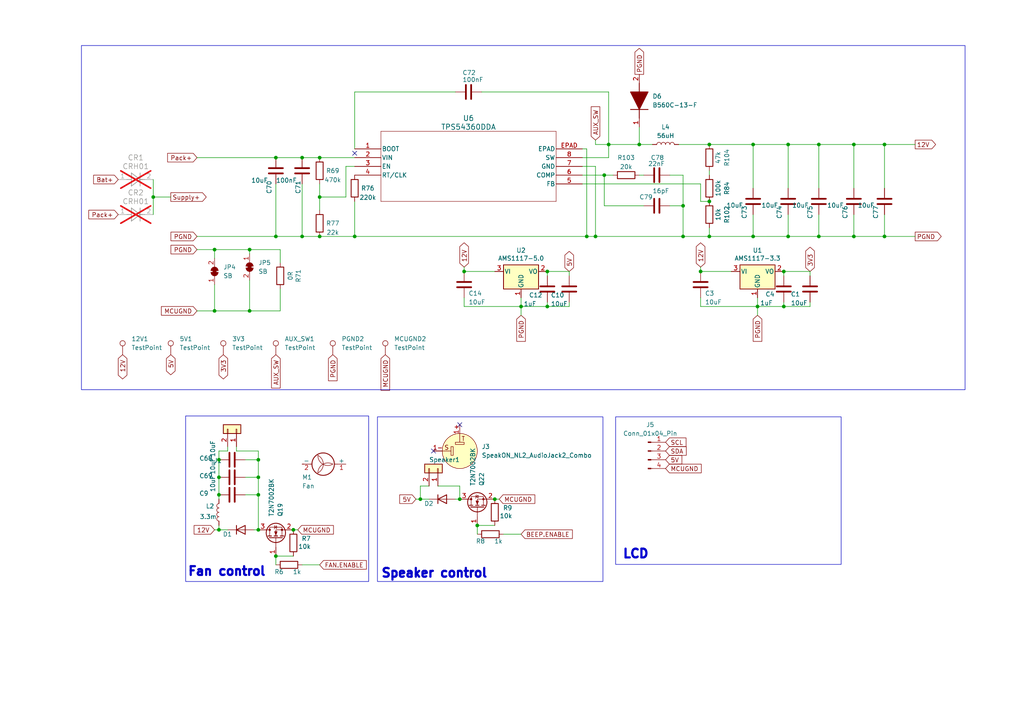
<source format=kicad_sch>
(kicad_sch (version 20231120) (generator "eeschema") (generator_version "8.0")
  (paper "A4")
  (lib_symbols
    (symbol "B560C-13-F:B560C-13-F" (pin_names hide)
      (property "Reference" "D" (at 11.43 5.08 0))
      (property "Value" "B560C-13-F" (at 11.43 2.54 0))
      (symbol "B560C-13-F_1_1"
        (pin passive line (at 0 0 0) (length 2.54) (name "K") (number "1"))
        (pin passive line (at 15.24 0 180) (length 2.54) (name "A") (number "2"))
      )
    )
    (symbol "CRH01:CRH01" (pin_names (offset 0.254))
      (property "Reference" "CR" (at 5.08 4.445 0))
      (property "Value" "CRH01" (at 5.08 -3.81 0))
      (symbol "CRH01_1_1"
        (pin unspecified line (at 10.16 0 180) (length 2.54) (name "") (number "1"))
        (pin unspecified line (at 0 0 0) (length 2.54) (name "") (number "2"))
      )
      (symbol "CRH01_1_2"
        (pin unspecified line (at 0 10.16 270) (length 2.54) (name "") (number "1"))
        (pin unspecified line (at 0 0 90) (length 2.54) (name "") (number "2"))
      )
    )
    (symbol "Conn_01x02_1" (pin_names (offset 1.016) hide)
      (property "Reference" "J3" (at 0.635 -5.08 90))
      (property "Value" "Conn_FAN" (at -1.905 -5.08 90))
      (symbol "Conn_01x02_1_1_1"
        (pin passive line (at -5.08 -2.54 0) (length 3.81) (name "Pin_1") (number "1"))
        (pin passive line (at -5.08 0 0) (length 3.81) (name "Pin_2") (number "2"))
      )
    )
    (symbol "Connector:Conn_01x04_Pin" (pin_names (offset 1.016) hide)
      (property "Reference" "J" (at 0 5.08 0))
      (property "Value" "Conn_01x04_Pin" (at 0 -7.62 0))
      (symbol "Conn_01x04_Pin_1_1"
        (pin passive line (at 5.08 2.54 180) (length 3.81) (name "Pin_1") (number "1"))
        (pin passive line (at 5.08 0 180) (length 3.81) (name "Pin_2") (number "2"))
        (pin passive line (at 5.08 -2.54 180) (length 3.81) (name "Pin_3") (number "3"))
        (pin passive line (at 5.08 -5.08 180) (length 3.81) (name "Pin_4") (number "4"))
      )
    )
    (symbol "Connector:TestPoint" (pin_numbers hide) (pin_names (offset 0.762) hide)
      (property "Reference" "TP" (at 0 6.858 0))
      (property "Value" "TestPoint" (at 0 5.08 0))
      (symbol "TestPoint_1_1"
        (pin passive line (at 0 0 90) (length 2.54) (name "1") (number "1"))
      )
    )
    (symbol "Connector_Audio:SpeakON_NL2_AudioJack2_Combo" (pin_names hide)
      (property "Reference" "J" (at 2.54 8.89 0))
      (property "Value" "SpeakON_NL2_AudioJack2_Combo" (at 17.78 6.35 0))
      (symbol "SpeakON_NL2_AudioJack2_Combo_0_0"
        (text "S" (at -3.81 1.016 0) (effects (font (size 1.27 1.27))))
        (text "T" (at 1.016 3.556 0) (effects (font (size 1.27 1.27))))
      )
      (symbol "SpeakON_NL2_AudioJack2_Combo_0_1"
        (pin passive line (at -7.62 0 0) (length 2.54) (name "1-") (number "1-"))
      )
      (symbol "SpeakON_NL2_AudioJack2_Combo_1_1"
        (pin passive line (at 0 7.62 270) (length 2.54) (name "1+") (number "1+"))
      )
    )
    (symbol "Device:C" (pin_numbers hide) (pin_names (offset 0.254))
      (property "Reference" "C" (at 0.635 2.54 0))
      (property "Value" "C" (at 0.635 -2.54 0))
      (symbol "C_1_1"
        (pin passive line (at 0 3.81 270) (length 2.794) (name "~") (number "1"))
        (pin passive line (at 0 -3.81 90) (length 2.794) (name "~") (number "2"))
      )
    )
    (symbol "Device:D" (pin_numbers hide) (pin_names (offset 1.016) hide)
      (property "Reference" "D" (at 0 2.54 0))
      (property "Value" "D" (at 0 -2.54 0))
      (symbol "D_1_1"
        (pin passive line (at -3.81 0 0) (length 2.54) (name "K") (number "1"))
        (pin passive line (at 3.81 0 180) (length 2.54) (name "A") (number "2"))
      )
    )
    (symbol "Device:L" (pin_numbers hide) (pin_names (offset 1.016) hide)
      (property "Reference" "L" (at -1.27 0 90))
      (property "Value" "L" (at 1.905 0 90))
      (symbol "L_1_1"
        (pin passive line (at 0 3.81 270) (length 1.27) (name "1") (number "1"))
        (pin passive line (at 0 -3.81 90) (length 1.27) (name "2") (number "2"))
      )
    )
    (symbol "Device:R" (pin_numbers hide) (pin_names (offset 0))
      (property "Reference" "R" (at 2.032 0 90))
      (property "Value" "R" (at 0 0 90))
      (symbol "R_1_1"
        (pin passive line (at 0 3.81 270) (length 1.27) (name "~") (number "1"))
        (pin passive line (at 0 -3.81 90) (length 1.27) (name "~") (number "2"))
      )
    )
    (symbol "Jumper:SolderJumper_2_Bridged" (pin_names (offset 0) hide)
      (property "Reference" "JP" (at 0 2.032 0))
      (property "Value" "SolderJumper_2_Bridged" (at 0 -2.54 0))
      (symbol "SolderJumper_2_Bridged_1_1"
        (pin passive line (at -3.81 0 0) (length 2.54) (name "A") (number "1"))
        (pin passive line (at 3.81 0 180) (length 2.54) (name "B") (number "2"))
      )
    )
    (symbol "Motor:Fan" (pin_names (offset 0))
      (property "Reference" "M" (at 2.54 5.08 0))
      (property "Value" "Fan" (at 2.54 -2.54 0))
      (symbol "Fan_1_1"
        (pin passive line (at 0 7.62 270) (length 2.54) (name "+") (number "1"))
        (pin passive line (at 0 -5.08 90) (length 2.54) (name "-") (number "2"))
      )
    )
    (symbol "TPS54360:TPS54360DDA" (pin_names (offset 0.254))
      (property "Reference" "U" (at 33.02 10.16 0))
      (property "Value" "TPS54360DDA" (at 33.02 7.62 0))
      (symbol "TPS54360DDA_0_1"
        (pin output line (at 0 0 0) (length 7.62) (name "BOOT") (number "1"))
        (pin input line (at 0 -2.54 0) (length 7.62) (name "VIN") (number "2"))
        (pin input line (at 0 -5.08 0) (length 7.62) (name "EN") (number "3"))
        (pin input line (at 0 -7.62 0) (length 7.62) (name "RT/CLK") (number "4"))
        (pin input line (at 66.04 -10.16 180) (length 7.62) (name "FB") (number "5"))
        (pin output line (at 66.04 -7.62 180) (length 7.62) (name "COMP") (number "6"))
        (pin power_in line (at 66.04 -5.08 180) (length 7.62) (name "GND") (number "7"))
        (pin input line (at 66.04 -2.54 180) (length 7.62) (name "SW") (number "8"))
        (pin unspecified line (at 66.04 0 180) (length 7.62) (name "EPAD") (number "EPAD"))
      )
    )
    (symbol "Transistor_FET:T2N7002AK" (pin_names hide)
      (property "Reference" "Q" (at 5.08 1.905 0))
      (property "Value" "T2N7002AK" (at 5.08 0 0))
      (symbol "T2N7002AK_1_1"
        (pin input line (at -5.08 0 0) (length 2.54) (name "G") (number "1"))
        (pin passive line (at 2.54 -5.08 90) (length 2.54) (name "S") (number "2"))
        (pin passive line (at 2.54 5.08 270) (length 2.54) (name "D") (number "3"))
      )
    )
    (symbol "mySymbolLib:AZ1117-3.3" (pin_names (offset 0.254))
      (property "Reference" "U" (at -3.81 3.175 0))
      (property "Value" "AZ1117-3.3" (at 0 3.175 0))
      (symbol "AZ1117-3.3_1_1"
        (pin passive line (at 0 -7.62 90) (length 2.54) (name "GND") (number "1"))
        (pin passive line (at 7.62 0 180) (length 2.54) (name "VO") (number "2"))
        (pin passive line (at -7.62 0 0) (length 2.54) (name "VI") (number "3"))
      )
    )
  )
  (junction (at 205.74 58.42))
  (junction (at 205.74 41.91))
  (junction (at 87.63 68.58))
  (junction (at 63.5 133.35))
  (junction (at 44.45 57.15))
  (junction (at 87.63 45.72))
  (junction (at 72.39 90.17))
  (junction (at 133.35 144.78))
  (junction (at 237.49 68.58))
  (junction (at 172.72 68.58))
  (junction (at 158.75 88.9))
  (junction (at 80.01 161.29))
  (junction (at 72.39 72.39))
  (junction (at 63.5 143.51))
  (junction (at 63.5 153.67))
  (junction (at 227.33 88.9))
  (junction (at 247.65 68.58))
  (junction (at 85.09 153.67))
  (junction (at 203.2 78.74))
  (junction (at 218.44 68.58))
  (junction (at 227.33 78.74))
  (junction (at 198.12 59.69))
  (junction (at 134.62 78.74))
  (junction (at 74.93 143.51))
  (junction (at 256.54 68.58))
  (junction (at 170.18 68.58))
  (junction (at 62.23 72.39))
  (junction (at 185.42 41.91))
  (junction (at 74.93 133.35))
  (junction (at 247.65 41.91))
  (junction (at 158.75 78.74))
  (junction (at 63.5 138.43))
  (junction (at 92.71 45.72))
  (junction (at 62.23 90.17))
  (junction (at 151.13 88.9))
  (junction (at 175.26 50.8))
  (junction (at 219.71 88.9))
  (junction (at 237.49 41.91))
  (junction (at 80.01 68.58))
  (junction (at 138.43 152.4))
  (junction (at 198.12 68.58))
  (junction (at 92.71 57.15))
  (junction (at 74.93 153.67))
  (junction (at 218.44 41.91))
  (junction (at 80.01 45.72))
  (junction (at 228.6 68.58))
  (junction (at 102.87 68.58))
  (junction (at 143.51 144.78))
  (junction (at 256.54 41.91))
  (junction (at 74.93 138.43))
  (junction (at 121.92 144.78))
  (junction (at 92.71 68.58))
  (junction (at 205.74 68.58))
  (junction (at 176.53 41.91))
  (junction (at 228.6 41.91))
  (no_connect (at 125.73 130.81))
  (no_connect (at 133.35 123.19))
  (no_connect (at 102.87 44.45))
  (wire (pts (xy 71.12 138.43) (xy 74.93 138.43)))
  (wire (pts (xy 49.53 57.15) (xy 44.45 57.15)))
  (wire (pts (xy 87.63 163.83) (xy 92.71 163.83)))
  (wire (pts (xy 138.43 154.94) (xy 138.43 152.4)))
  (wire (pts (xy 198.12 68.58) (xy 205.74 68.58)))
  (wire (pts (xy 234.95 78.74) (xy 227.33 78.74)))
  (wire (pts (xy 228.6 68.58) (xy 218.44 68.58)))
  (wire (pts (xy 68.58 130.81) (xy 74.93 130.81)))
  (wire (pts (xy 127 140.97) (xy 133.35 140.97)))
  (wire (pts (xy 194.31 59.69) (xy 198.12 59.69)))
  (wire (pts (xy 185.42 41.91) (xy 189.23 41.91)))
  (wire (pts (xy 66.04 130.81) (xy 63.5 130.81)))
  (wire (pts (xy 134.62 78.74) (xy 134.62 77.47)))
  (wire (pts (xy 165.1 88.9) (xy 158.75 88.9)))
  (wire (pts (xy 73.66 153.67) (xy 74.93 153.67)))
  (wire (pts (xy 205.74 68.58) (xy 218.44 68.58)))
  (wire (pts (xy 175.26 59.69) (xy 186.69 59.69)))
  (wire (pts (xy 176.53 41.91) (xy 176.53 26.67)))
  (wire (pts (xy 87.63 68.58) (xy 92.71 68.58)))
  (wire (pts (xy 143.51 144.78) (xy 144.78 144.78)))
  (wire (pts (xy 172.72 41.91) (xy 176.53 41.91)))
  (wire (pts (xy 151.13 86.36) (xy 151.13 88.9)))
  (wire (pts (xy 74.93 133.35) (xy 74.93 138.43)))
  (wire (pts (xy 175.26 50.8) (xy 177.8 50.8)))
  (wire (pts (xy 72.39 81.28) (xy 72.39 90.17)))
  (wire (pts (xy 85.09 153.67) (xy 86.36 153.67)))
  (wire (pts (xy 256.54 62.23) (xy 256.54 68.58)))
  (wire (pts (xy 158.75 87.63) (xy 158.75 88.9)))
  (wire (pts (xy 124.46 140.97) (xy 121.92 140.97)))
  (wire (pts (xy 133.35 140.97) (xy 133.35 144.78)))
  (wire (pts (xy 196.85 41.91) (xy 205.74 41.91)))
  (wire (pts (xy 218.44 62.23) (xy 218.44 68.58)))
  (wire (pts (xy 62.23 82.55) (xy 62.23 90.17)))
  (wire (pts (xy 63.5 130.81) (xy 63.5 133.35)))
  (wire (pts (xy 228.6 62.23) (xy 228.6 68.58)))
  (wire (pts (xy 72.39 90.17) (xy 62.23 90.17)))
  (wire (pts (xy 81.28 83.82) (xy 81.28 90.17)))
  (wire (pts (xy 247.65 41.91) (xy 256.54 41.91)))
  (wire (pts (xy 203.2 78.74) (xy 203.2 77.47)))
  (wire (pts (xy 234.95 80.01) (xy 234.95 78.74)))
  (wire (pts (xy 168.91 43.18) (xy 170.18 43.18)))
  (wire (pts (xy 172.72 48.26) (xy 172.72 68.58)))
  (wire (pts (xy 72.39 73.66) (xy 72.39 72.39)))
  (wire (pts (xy 62.23 72.39) (xy 62.23 74.93)))
  (wire (pts (xy 92.71 53.34) (xy 92.71 57.15)))
  (wire (pts (xy 185.42 50.8) (xy 186.69 50.8)))
  (wire (pts (xy 81.28 90.17) (xy 72.39 90.17)))
  (wire (pts (xy 63.5 153.67) (xy 66.04 153.67)))
  (wire (pts (xy 57.15 72.39) (xy 62.23 72.39)))
  (wire (pts (xy 205.74 68.58) (xy 205.74 66.04)))
  (wire (pts (xy 203.2 86.36) (xy 203.2 88.9)))
  (wire (pts (xy 62.23 153.67) (xy 63.5 153.67)))
  (wire (pts (xy 102.87 26.67) (xy 102.87 43.18)))
  (wire (pts (xy 172.72 40.64) (xy 172.72 41.91)))
  (wire (pts (xy 151.13 88.9) (xy 134.62 88.9)))
  (wire (pts (xy 57.15 90.17) (xy 62.23 90.17)))
  (wire (pts (xy 74.93 138.43) (xy 74.93 143.51)))
  (wire (pts (xy 247.65 68.58) (xy 237.49 68.58)))
  (wire (pts (xy 228.6 41.91) (xy 228.6 54.61)))
  (wire (pts (xy 80.01 53.34) (xy 80.01 68.58)))
  (wire (pts (xy 247.65 41.91) (xy 247.65 54.61)))
  (wire (pts (xy 62.23 72.39) (xy 72.39 72.39)))
  (wire (pts (xy 165.1 80.01) (xy 165.1 78.74)))
  (wire (pts (xy 205.74 41.91) (xy 218.44 41.91)))
  (wire (pts (xy 120.65 144.78) (xy 121.92 144.78)))
  (wire (pts (xy 176.53 45.72) (xy 176.53 41.91)))
  (wire (pts (xy 87.63 45.72) (xy 92.71 45.72)))
  (wire (pts (xy 247.65 68.58) (xy 256.54 68.58)))
  (wire (pts (xy 134.62 86.36) (xy 134.62 88.9)))
  (wire (pts (xy 185.42 36.83) (xy 185.42 41.91)))
  (wire (pts (xy 203.2 53.34) (xy 203.2 58.42)))
  (wire (pts (xy 63.5 143.51) (xy 63.5 144.78)))
  (wire (pts (xy 205.74 49.53) (xy 205.74 50.8)))
  (wire (pts (xy 57.15 45.72) (xy 80.01 45.72)))
  (wire (pts (xy 175.26 59.69) (xy 175.26 50.8)))
  (wire (pts (xy 168.91 50.8) (xy 175.26 50.8)))
  (wire (pts (xy 219.71 88.9) (xy 219.71 91.44)))
  (wire (pts (xy 121.92 144.78) (xy 124.46 144.78)))
  (wire (pts (xy 63.5 138.43) (xy 63.5 143.51)))
  (wire (pts (xy 165.1 78.74) (xy 158.75 78.74)))
  (wire (pts (xy 228.6 41.91) (xy 218.44 41.91)))
  (wire (pts (xy 63.5 133.35) (xy 63.5 138.43)))
  (wire (pts (xy 256.54 68.58) (xy 265.43 68.58)))
  (wire (pts (xy 132.08 26.67) (xy 102.87 26.67)))
  (wire (pts (xy 218.44 41.91) (xy 218.44 54.61)))
  (wire (pts (xy 87.63 68.58) (xy 80.01 68.58)))
  (wire (pts (xy 256.54 41.91) (xy 265.43 41.91)))
  (wire (pts (xy 92.71 45.72) (xy 102.87 45.72)))
  (wire (pts (xy 172.72 68.58) (xy 198.12 68.58)))
  (wire (pts (xy 57.15 68.58) (xy 80.01 68.58)))
  (wire (pts (xy 227.33 78.74) (xy 227.33 80.01)))
  (wire (pts (xy 237.49 54.61) (xy 237.49 41.91)))
  (wire (pts (xy 170.18 43.18) (xy 170.18 68.58)))
  (wire (pts (xy 121.92 140.97) (xy 121.92 144.78)))
  (wire (pts (xy 158.75 78.74) (xy 158.75 80.01)))
  (wire (pts (xy 44.45 57.15) (xy 44.45 62.23)))
  (wire (pts (xy 80.01 45.72) (xy 87.63 45.72)))
  (wire (pts (xy 81.28 72.39) (xy 72.39 72.39)))
  (wire (pts (xy 237.49 62.23) (xy 237.49 68.58)))
  (wire (pts (xy 170.18 68.58) (xy 102.87 68.58)))
  (wire (pts (xy 71.12 133.35) (xy 74.93 133.35)))
  (wire (pts (xy 198.12 59.69) (xy 198.12 68.58)))
  (wire (pts (xy 219.71 86.36) (xy 219.71 88.9)))
  (wire (pts (xy 71.12 143.51) (xy 74.93 143.51)))
  (wire (pts (xy 176.53 26.67) (xy 139.7 26.67)))
  (wire (pts (xy 81.28 76.2) (xy 81.28 72.39)))
  (wire (pts (xy 132.08 144.78) (xy 133.35 144.78)))
  (wire (pts (xy 44.45 52.07) (xy 44.45 57.15)))
  (wire (pts (xy 168.91 48.26) (xy 172.72 48.26)))
  (wire (pts (xy 247.65 62.23) (xy 247.65 68.58)))
  (wire (pts (xy 102.87 58.42) (xy 102.87 68.58)))
  (wire (pts (xy 138.43 152.4) (xy 143.51 152.4)))
  (wire (pts (xy 198.12 50.8) (xy 198.12 59.69)))
  (wire (pts (xy 92.71 57.15) (xy 92.71 60.96)))
  (wire (pts (xy 203.2 78.74) (xy 212.09 78.74)))
  (wire (pts (xy 165.1 87.63) (xy 165.1 88.9)))
  (wire (pts (xy 74.93 143.51) (xy 74.93 153.67)))
  (wire (pts (xy 74.93 130.81) (xy 74.93 133.35)))
  (wire (pts (xy 151.13 88.9) (xy 151.13 91.44)))
  (wire (pts (xy 146.05 154.94) (xy 151.13 154.94)))
  (wire (pts (xy 87.63 53.34) (xy 87.63 68.58)))
  (wire (pts (xy 234.95 88.9) (xy 227.33 88.9)))
  (wire (pts (xy 203.2 58.42) (xy 205.74 58.42)))
  (wire (pts (xy 80.01 163.83) (xy 80.01 161.29)))
  (wire (pts (xy 256.54 54.61) (xy 256.54 41.91)))
  (wire (pts (xy 176.53 41.91) (xy 185.42 41.91)))
  (wire (pts (xy 158.75 88.9) (xy 151.13 88.9)))
  (wire (pts (xy 92.71 68.58) (xy 102.87 68.58)))
  (wire (pts (xy 168.91 45.72) (xy 176.53 45.72)))
  (wire (pts (xy 194.31 50.8) (xy 198.12 50.8)))
  (wire (pts (xy 227.33 87.63) (xy 227.33 88.9)))
  (wire (pts (xy 227.33 88.9) (xy 219.71 88.9)))
  (wire (pts (xy 92.71 57.15) (xy 100.33 57.15)))
  (wire (pts (xy 66.04 130.81) (xy 66.04 129.54)))
  (wire (pts (xy 68.58 130.81) (xy 68.58 129.54)))
  (wire (pts (xy 219.71 88.9) (xy 203.2 88.9)))
  (wire (pts (xy 100.33 48.26) (xy 100.33 57.15)))
  (wire (pts (xy 234.95 87.63) (xy 234.95 88.9)))
  (wire (pts (xy 228.6 41.91) (xy 237.49 41.91)))
  (wire (pts (xy 172.72 68.58) (xy 170.18 68.58)))
  (wire (pts (xy 80.01 161.29) (xy 85.09 161.29)))
  (wire (pts (xy 102.87 48.26) (xy 100.33 48.26)))
  (wire (pts (xy 134.62 78.74) (xy 143.51 78.74)))
  (wire (pts (xy 247.65 41.91) (xy 237.49 41.91)))
  (wire (pts (xy 63.5 152.4) (xy 63.5 153.67)))
  (wire (pts (xy 237.49 68.58) (xy 228.6 68.58)))
  (wire (pts (xy 168.91 53.34) (xy 203.2 53.34)))
  (rectangle (start 53.848 120.65) (end 106.934 168.656))
  (rectangle (start 23.622 13.208) (end 279.908 113.03))
  (rectangle (start 109.474 120.904) (end 174.879 168.656))
  (rectangle (start 178.562 120.904) (end 243.967 163.703))
  (text "Fan control" (at 65.786 165.862 0) (effects (font (size 2.54 2.54) (thickness 1.016) (bold yes))))
  (text "Speaker control" (at 125.984 166.37 0) (effects (font (size 2.54 2.54) (thickness 1.016) (bold yes))))
  (text "LCD" (at 184.404 160.782 0) (effects (font (size 2.54 2.54) (thickness 1.016) (bold yes))))
  (global_label "5V" (shape input) (at 120.65 144.78 180) (property "Intersheetrefs" "${INTERSHEET_REFS}" (effects (hide yes))))
  (global_label "AUX_SW" (shape input) (at 80.01 102.87 270) (property "Intersheetrefs" "${INTERSHEET_REFS}" (effects (hide yes))))
  (global_label "3V3" (shape bidirectional) (at 234.95 78.74 90) (property "Intersheetrefs" "${INTERSHEET_REFS}" (effects (hide yes))))
  (global_label "SCL" (shape input) (at 193.04 128.27 0) (property "Intersheetrefs" "${INTERSHEET_REFS}" (effects (hide yes))))
  (global_label "PGND" (shape input) (at 57.15 72.39 180) (property "Intersheetrefs" "${INTERSHEET_REFS}" (effects (hide yes))))
  (global_label "12V" (shape output) (at 265.43 41.91 0) (property "Intersheetrefs" "${INTERSHEET_REFS}" (effects (hide yes))))
  (global_label "PGND" (shape output) (at 185.42 21.59 90) (property "Intersheetrefs" "${INTERSHEET_REFS}" (effects (hide yes))))
  (global_label "5V" (shape bidirectional) (at 165.1 78.74 90) (property "Intersheetrefs" "${INTERSHEET_REFS}" (effects (hide yes))))
  (global_label "PGND" (shape input) (at 96.52 102.87 270) (property "Intersheetrefs" "${INTERSHEET_REFS}" (effects (hide yes))))
  (global_label "MCUGND" (shape input) (at 86.36 153.67 0) (property "Intersheetrefs" "${INTERSHEET_REFS}" (effects (hide yes))))
  (global_label "MCUGND" (shape input) (at 144.78 144.78 0) (property "Intersheetrefs" "${INTERSHEET_REFS}" (effects (hide yes))))
  (global_label "PGND" (shape input) (at 57.15 68.58 180) (property "Intersheetrefs" "${INTERSHEET_REFS}" (effects (hide yes))))
  (global_label "MCUGND" (shape input) (at 193.04 135.89 0) (property "Intersheetrefs" "${INTERSHEET_REFS}" (effects (hide yes))))
  (global_label "12V" (shape bidirectional) (at 134.62 77.47 90) (property "Intersheetrefs" "${INTERSHEET_REFS}" (effects (hide yes))))
  (global_label "MCUGND" (shape input) (at 57.15 90.17 180) (property "Intersheetrefs" "${INTERSHEET_REFS}" (effects (hide yes))))
  (global_label "FAN.ENABLE" (shape input) (at 92.71 163.83 0) (property "Intersheetrefs" "${INTERSHEET_REFS}" (effects (hide yes))))
  (global_label "12V" (shape input) (at 62.23 153.67 180) (property "Intersheetrefs" "${INTERSHEET_REFS}" (effects (hide yes))))
  (global_label "Supply+" (shape output) (at 49.53 57.15 0) (property "Intersheetrefs" "${INTERSHEET_REFS}" (effects (hide yes))))
  (global_label "MCUGND" (shape input) (at 111.76 102.87 270) (property "Intersheetrefs" "${INTERSHEET_REFS}" (effects (hide yes))))
  (global_label "3V3" (shape bidirectional) (at 64.77 102.87 270) (property "Intersheetrefs" "${INTERSHEET_REFS}" (effects (hide yes))))
  (global_label "12V" (shape bidirectional) (at 35.56 102.87 270) (property "Intersheetrefs" "${INTERSHEET_REFS}" (effects (hide yes))))
  (global_label "BEEP.ENABLE" (shape input) (at 151.13 154.94 0) (property "Intersheetrefs" "${INTERSHEET_REFS}" (effects (hide yes))))
  (global_label "5V" (shape bidirectional) (at 49.53 102.87 270) (property "Intersheetrefs" "${INTERSHEET_REFS}" (effects (hide yes))))
  (global_label "5V" (shape input) (at 193.04 133.35 0) (property "Intersheetrefs" "${INTERSHEET_REFS}" (effects (hide yes))))
  (global_label "PGND" (shape input) (at 151.13 91.44 270) (property "Intersheetrefs" "${INTERSHEET_REFS}" (effects (hide yes))))
  (global_label "AUX_SW" (shape input) (at 172.72 40.64 90) (property "Intersheetrefs" "${INTERSHEET_REFS}" (effects (hide yes))))
  (global_label "PGND" (shape output) (at 265.43 68.58 0) (property "Intersheetrefs" "${INTERSHEET_REFS}" (effects (hide yes))))
  (global_label "Pack+" (shape input) (at 34.29 62.23 180) (property "Intersheetrefs" "${INTERSHEET_REFS}" (effects (hide yes))))
  (global_label "Bat+" (shape input) (at 34.29 52.07 180) (property "Intersheetrefs" "${INTERSHEET_REFS}" (effects (hide yes))))
  (global_label "SDA" (shape input) (at 193.04 130.81 0) (property "Intersheetrefs" "${INTERSHEET_REFS}" (effects (hide yes))))
  (global_label "12V" (shape bidirectional) (at 203.2 77.47 90) (property "Intersheetrefs" "${INTERSHEET_REFS}" (effects (hide yes))))
  (global_label "Pack+" (shape input) (at 57.15 45.72 180) (property "Intersheetrefs" "${INTERSHEET_REFS}" (effects (hide yes))))
  (global_label "PGND" (shape input) (at 219.71 91.44 270) (property "Intersheetrefs" "${INTERSHEET_REFS}" (effects (hide yes))))
  (symbol (lib_id "Device:C") (at 190.5 59.69 90) (mirror x) (unit 1)
    (property "Reference" "C79" (at 185.42 57.15 90) (effects (justify right)))
    (property "Value" "16pF" (at 189.23 55.372 90) (effects (justify right)))
    (property "Footprint" "Capacitor_SMD:C_0805_2012Metric" (effects (hide yes)))
    (property "Datasheet" "https://www.mouser.vn/datasheet/2/447/KEM_C1007_X8R_ULTRA_150C_SMD-3316375.pdf" (effects (hide yes)))
    (property "Description" "Multilayer Ceramic Capacitors MLCC - SMD/SMT 25V 16pF X8R 0805 10%" (effects (hide yes)))
    (property "Mfr." "KEMET" (effects (hide yes)))
    (property "Mfr. #" "C2012B104K500NT" (effects (hide yes)))
    (property "Price" "0.0023" (effects (hide yes)))
    (property "_1_3rdParty" "EPI" (effects (hide yes)))
    (property "_2_IsFixed?" "Fixed" (effects (hide yes)))
    (property "Part Number" "C0805C160K3HACTU" (effects (hide yes)))
  )
  (symbol (lib_id "Device:C") (at 67.31 138.43 90) (mirror x) (unit 1)
    (property "Reference" "C69" (at 57.785 138.0236 90) (effects (justify right)))
    (property "Value" "10uF" (at 61.722 137.668 0) (effects (justify right)))
    (property "Footprint" "Capacitor_SMD:C_0805_2012Metric" (effects (hide yes)))
    (property "Datasheet" "https://search.kemet.com/download/datasheet/C0805C106K3PAC7210" (effects (hide yes)))
    (property "Description" "Multilayer Ceramic Capacitors MLCC - SMD/SMT 25V 10uF X5R 0805 10%" (effects (hide yes)))
    (property "Mfr." "KEMET " (effects (hide yes)))
    (property "Mfr. #" "C2012B104K500NT" (effects (hide yes)))
    (property "Price" "0.0023" (effects (hide yes)))
    (property "_1_3rdParty" "EPI" (effects (hide yes)))
    (property "_2_IsFixed?" "Fixed" (effects (hide yes)))
    (property "Part Number" "C0805C106K3PAC7210" (effects (hide yes)))
  )
  (symbol (lib_id "Device:C") (at 237.49 58.42 0) (mirror x) (unit 1)
    (property "Reference" "C75" (at 234.95 63.5 90) (effects (justify right)))
    (property "Value" "10uF" (at 234.5944 59.563 0) (effects (justify right)))
    (property "Footprint" "Capacitor_SMD:C_0805_2012Metric" (effects (hide yes)))
    (property "Datasheet" "https://product.tdk.com/system/files/dam/doc/product/capacitor/ceramic/mlcc/catalog/mlcc_commercial_general_en.pdf" (effects (hide yes)))
    (property "Description" "Multilayer Ceramic Capacitors MLCC - SMD/SMT 0805 50VDC 10uF 10% X5R" (effects (hide yes)))
    (property "Mfr." "TDK" (effects (hide yes)))
    (property "Mfr. #" "C2012B104K500NT" (effects (hide yes)))
    (property "Price" "0.0023" (effects (hide yes)))
    (property "_1_3rdParty" "EPI" (effects (hide yes)))
    (property "_2_IsFixed?" "Fixed" (effects (hide yes)))
    (property "Part Number" "C2012X5R1H106K125AC " (effects (hide yes)))
  )
  (symbol (lib_id "mySymbolLib:AZ1117-3.3") (at 151.13 78.74 0) (unit 1)
    (property "Reference" "U2" (at 151.13 72.6186 0))
    (property "Value" "AMS1117-5.0" (at 151.13 74.93 0))
    (property "Footprint" "Package_TO_SOT_SMD:SOT-223-3_TabPin2" (effects (hide yes)))
    (property "Datasheet" "https://www.lcsc.com/datasheet/lcsc_datasheet_2412201212_UMW-Youtai-Semiconductor-Co---Ltd--AMS1117-5-0S_C351450.pdf" (effects (hide yes)))
    (property "Description" "1A 60dB@(120Hz) Fixed 5V Positive electrode 18V SOT-223 Voltage Regulators - Linear, Low Drop Out (LDO) Regulators ROHS" (effects (hide yes)))
    (property "Mfr." "Youtai Semiconductor Co., Ltd." (effects (hide yes)))
    (property "Mfr. #" "AMS1117-5.0" (effects (hide yes)))
    (property "Stock" "https://www.mouser.vn/ProductDetail/Diodes-Incorporated/AZ1117CH2-5.0TRG1?qs=5V6w%252Be2aIqb578qtLdqPjw%3D%3D" (effects (hide yes)))
    (property "Price" "0.049" (effects (hide yes)))
    (property "_1_3rdParty" "HLT" (effects (hide yes)))
    (property "_2_IsFixed?" "Sampling" (effects (hide yes)))
    (property "Part Number" "AMS1117-5.0" (effects (hide yes)))
  )
  (symbol (lib_id "Device:C") (at 234.95 83.82 0) (unit 1)
    (property "Reference" "C1" (at 229.362 85.344 0) (effects (justify left)))
    (property "Value" "10uF" (at 229.362 87.884 0) (effects (justify left)))
    (property "Footprint" "Capacitor_SMD:C_0805_2012Metric" (effects (hide yes)))
    (property "Datasheet" "https://search.kemet.com/download/datasheet/C0805C106K3PAC7210" (effects (hide yes)))
    (property "Description" "Multilayer Ceramic Capacitors MLCC - SMD/SMT 25V 10uF X5R 0805 10%" (effects (hide yes)))
    (property "Mfr." "KEMET " (effects (hide yes)))
    (property "Mfr. #" "MCF05KTX160106" (effects (hide yes)))
    (property "Stock" "https://www.avnet.com/shop/us/products/samsung/cl21a106koqnnnf-3074457345625872986?CMP=EMA_Octopart_inventoryfeed_VSE" (effects (hide yes)))
    (property "Price" "0.0072" (effects (hide yes)))
    (property "_1_3rdParty" "EPI" (effects (hide yes)))
    (property "_2_IsFixed?" "Fixed" (effects (hide yes)))
    (property "Part Number" "C0805C106K3PAC7210" (effects (hide yes)))
  )
  (symbol (lib_id "Device:R") (at 205.74 62.23 0) (unit 1)
    (property "Reference" "R102" (at 210.82 62.23 90))
    (property "Value" "10k" (at 208.28 62.23 90))
    (property "Footprint" "Resistor_SMD:R_0805_2012Metric" (effects (hide yes)))
    (property "Datasheet" "https://www.bourns.com/docs/Product-Datasheets/crt.pdf" (effects (hide yes)))
    (property "Description" "Thin Film Resistors - SMD 1/8watts 10K 1%" (effects (hide yes)))
    (property "Mfr." "Bourns" (effects (hide yes)))
    (property "Mfr. #" "CR0805-FX-1003ELF" (effects (hide yes)))
    (property "Stock" "https://www.mouser.jp/ProductDetail/Bourns/CR0805-FX-3302ELF?qs=sGAEpiMZZMvdGkrng054t%2Fh5BnJxeWSzYJ5hD45rKBk%3D" (effects (hide yes)))
    (property "Price" "0.00067" (effects (hide yes)))
    (property "_1_3rdParty" "HLT" (effects (hide yes)))
    (property "_2_IsFixed?" "Sampling" (effects (hide yes)))
    (property "Part Number" "CRT0805-FZ-1002ELF" (effects (hide yes)))
  )
  (symbol (lib_id "Device:R") (at 181.61 50.8 90) (unit 1)
    (property "Reference" "R103" (at 181.61 45.72 90))
    (property "Value" "20k" (at 181.61 48.387 90))
    (property "Footprint" "Resistor_SMD:R_0805_2012Metric" (effects (hide yes)))
    (property "Datasheet" "https://www.bourns.com/docs/product-datasheets/cr.pdf?sfvrsn=574d41f6_14" (effects (hide yes)))
    (property "Description" "Thick Film Resistors - SMD 20K 1%" (effects (hide yes)))
    (property "Mfr." "Bourns" (effects (hide yes)))
    (property "Mfr. #" "CR0805-FX-1004ELF" (effects (hide yes)))
    (property "Price" "0.00067" (effects (hide yes)))
    (property "_1_3rdParty" "HLT" (effects (hide yes)))
    (property "_2_IsFixed?" "Sampling" (effects (hide yes)))
    (property "Part Number" "CR0805-FX-2002ELF" (effects (hide yes)))
  )
  (symbol (lib_id "Device:C") (at 218.44 58.42 0) (mirror x) (unit 1)
    (property "Reference" "C73" (at 215.9 63.5 90) (effects (justify right)))
    (property "Value" "10uF" (at 215.5444 59.563 0) (effects (justify right)))
    (property "Footprint" "Capacitor_SMD:C_0805_2012Metric" (effects (hide yes)))
    (property "Datasheet" "https://product.tdk.com/system/files/dam/doc/product/capacitor/ceramic/mlcc/catalog/mlcc_commercial_general_en.pdf" (effects (hide yes)))
    (property "Description" "Multilayer Ceramic Capacitors MLCC - SMD/SMT 0805 50VDC 10uF 10% X5R" (effects (hide yes)))
    (property "Mfr." "TDK" (effects (hide yes)))
    (property "Mfr. #" "C2012B104K500NT" (effects (hide yes)))
    (property "Price" "0.0023" (effects (hide yes)))
    (property "_1_3rdParty" "EPI" (effects (hide yes)))
    (property "_2_IsFixed?" "Fixed" (effects (hide yes)))
    (property "Part Number" "C2012X5R1H106K125AC " (effects (hide yes)))
  )
  (symbol (lib_id "Device:R") (at 102.87 54.61 0) (unit 1)
    (property "Reference" "R76" (at 106.68 54.61 0))
    (property "Value" "220k" (at 106.68 57.277 0))
    (property "Footprint" "Resistor_SMD:R_0805_2012Metric" (effects (hide yes)))
    (property "Datasheet" "https://www.bourns.com/docs/product-datasheets/cr.pdf?sfvrsn=574d41f6_14" (effects (hide yes)))
    (property "Description" "Thick Film Resistors - SMD 220K 1%" (effects (hide yes)))
    (property "Mfr." "Bourns" (effects (hide yes)))
    (property "Mfr. #" "CR0805-FX-1004ELF" (effects (hide yes)))
    (property "Price" "0.00067" (effects (hide yes)))
    (property "_1_3rdParty" "HLT" (effects (hide yes)))
    (property "_2_IsFixed?" "Sampling" (effects (hide yes)))
    (property "Part Number" "CR0805-FX-2203ELF" (effects (hide yes)))
  )
  (symbol (lib_id "Device:R") (at 92.71 49.53 0) (unit 1)
    (property "Reference" "R69" (at 96.52 49.53 0))
    (property "Value" "470k" (at 96.52 52.197 0))
    (property "Footprint" "Resistor_SMD:R_0805_2012Metric" (effects (hide yes)))
    (property "Datasheet" "https://www.bourns.com/docs/product-datasheets/cr.pdf?sfvrsn=574d41f6_14" (effects (hide yes)))
    (property "Description" "TFR - 470k 1% 0805" (effects (hide yes)))
    (property "Mfr." "Bourns" (effects (hide yes)))
    (property "Mfr. #" "CR0805-FX-1004ELF" (effects (hide yes)))
    (property "Price" "0.00067" (effects (hide yes)))
    (property "_1_3rdParty" "HLT" (effects (hide yes)))
    (property "_2_IsFixed?" "Sampling" (effects (hide yes)))
    (property "Part Number" "CR0805-FX-4703ELF" (effects (hide yes)))
  )
  (symbol (lib_id "Connector:TestPoint") (at 35.56 102.87 0) (unit 1)
    (property "Reference" "12V1" (at 38.1 98.2979 0) (effects (justify left)))
    (property "Value" "TestPoint" (at 38.1 100.8379 0) (effects (justify left)))
    (property "Footprint" "TestPoint:TestPoint_Pad_D1.5mm" (effects (hide yes)))
    (property "Datasheet" "TestPoint:TestPoint_Pad_D1.5mm" (effects (hide yes)))
    (property "Description" "test point" (effects (hide yes)))
  )
  (symbol (lib_id "Device:C") (at 256.54 58.42 0) (mirror x) (unit 1)
    (property "Reference" "C77" (at 254 63.5 90) (effects (justify right)))
    (property "Value" "10uF" (at 253.6444 59.563 0) (effects (justify right)))
    (property "Footprint" "Capacitor_SMD:C_0805_2012Metric" (effects (hide yes)))
    (property "Datasheet" "https://product.tdk.com/system/files/dam/doc/product/capacitor/ceramic/mlcc/catalog/mlcc_commercial_general_en.pdf" (effects (hide yes)))
    (property "Description" "Multilayer Ceramic Capacitors MLCC - SMD/SMT 0805 50VDC 10uF 10% X5R" (effects (hide yes)))
    (property "Mfr." "TDK" (effects (hide yes)))
    (property "Mfr. #" "C2012B104K500NT" (effects (hide yes)))
    (property "Price" "0.0023" (effects (hide yes)))
    (property "_1_3rdParty" "EPI" (effects (hide yes)))
    (property "_2_IsFixed?" "Fixed" (effects (hide yes)))
    (property "Part Number" "C2012X5R1H106K125AC " (effects (hide yes)))
  )
  (symbol (lib_id "Device:R") (at 143.51 148.59 0) (unit 1)
    (property "Reference" "R9" (at 148.59 147.32 0) (effects (justify right)))
    (property "Value" "10k" (at 148.59 149.6314 0) (effects (justify right)))
    (property "Footprint" "Resistor_SMD:R_0603_1608Metric" (effects (hide yes)))
    (property "Datasheet" "https://www.lcsc.com/datasheet/lcsc_datasheet_2304140030_FH--Guangdong-Fenghua-Advanced-Tech-RS-03K1002FT_C115324.pdf" (effects (hide yes)))
    (property "Description" "TFR - 10K 1% 0603" (effects (hide yes)))
    (property "Mfr." "FH/风华" (effects (hide yes)))
    (property "Mfr. #" "CR0805-FX-1002ELF" (effects (hide yes)))
    (property "Stock" "https://www.mouser.jp/ProductDetail/Bourns/CR0805-FX-1002ELF?qs=sGAEpiMZZMvdGkrng054t%2Fh5BnJxeWSzUt69whPDzMg%3D" (effects (hide yes)))
    (property "Price" "0.00067" (effects (hide yes)))
    (property "_1_3rdParty" "HLT" (effects (hide yes)))
    (property "_2_IsFixed?" "Sampling" (effects (hide yes)))
    (property "Part Number" "RS-03K1002FT" (effects (hide yes)))
  )
  (symbol (lib_id "Transistor_FET:T2N7002AK") (at 80.01 156.21 90) (unit 1)
    (property "Reference" "Q19" (at 81.2801 149.86 0) (effects (justify left)))
    (property "Value" "T2N7002BK" (at 78.7401 149.86 0) (effects (justify left)))
    (property "Footprint" "Package_TO_SOT_SMD:SOT-23" (effects (hide yes)))
    (property "Datasheet" "https://toshiba.semicon-storage.com/info/T2N7002BK_datasheet_en_20191025.pdf?did=30376&prodName=T2N7002BK" (effects (hide yes)))
    (property "Description" "60V Vds, 0.4A Id, N-Channel MOSFET, SOT-23" (effects (hide yes)))
    (property "Price" "0.03425" (effects (hide yes)))
    (property "Mfr." "TOSHIBA" (effects (hide yes)))
    (property "Part Number" "T2N7002BK" (effects (hide yes)))
  )
  (symbol (lib_id "Device:C") (at 135.89 26.67 90) (mirror x) (unit 1)
    (property "Reference" "C72" (at 134.112 21.082 90) (effects (justify right)))
    (property "Value" "100nF" (at 134.112 23.114 90) (effects (justify right)))
    (property "Footprint" "Capacitor_SMD:C_0805_2012Metric" (effects (hide yes)))
    (property "Datasheet" "https://www.mouser.vn/datasheet/2/447/KEM_C1075_X7R_HT_SMD-3316221.pdf" (effects (hide yes)))
    (property "Description" "MLCC - SMD/SMT 50V 0.1uF X7R 0805 5% Flex Soft" (effects (hide yes)))
    (property "Mfr." "KEMET" (effects (hide yes)))
    (property "Mfr. #" "C2012B104K500NT" (effects (hide yes)))
    (property "Price" "0.0023" (effects (hide yes)))
    (property "_1_3rdParty" "EPI" (effects (hide yes)))
    (property "_2_IsFixed?" "Fixed" (effects (hide yes)))
    (property "Part Number" "C0805R104J5RACTU" (effects (hide yes)))
  )
  (symbol (lib_id "Device:C") (at 67.31 133.35 90) (mirror x) (unit 1)
    (property "Reference" "C68" (at 57.785 132.9436 90) (effects (justify right)))
    (property "Value" "10uF" (at 61.722 132.588 0) (effects (justify right)))
    (property "Footprint" "Capacitor_SMD:C_0805_2012Metric" (effects (hide yes)))
    (property "Datasheet" "https://search.kemet.com/download/datasheet/C0805C106K3PAC7210" (effects (hide yes)))
    (property "Description" "Multilayer Ceramic Capacitors MLCC - SMD/SMT 25V 10uF X5R 0805 10%" (effects (hide yes)))
    (property "Mfr." "KEMET " (effects (hide yes)))
    (property "Mfr. #" "C2012B104K500NT" (effects (hide yes)))
    (property "Price" "0.0023" (effects (hide yes)))
    (property "_1_3rdParty" "EPI" (effects (hide yes)))
    (property "_2_IsFixed?" "Fixed" (effects (hide yes)))
    (property "Part Number" "C0805C106K3PAC7210" (effects (hide yes)))
  )
  (symbol (lib_id "CRH01:CRH01") (at 44.45 62.23 180) (unit 1) (in_bom no) (on_board no) (dnp yes)
    (property "Reference" "CR2" (at 39.37 55.88 0) (effects (font (size 1.524 1.524))))
    (property "Value" "CRH01" (at 39.37 58.42 0) (effects (font (size 1.524 1.524))))
    (property "Footprint" "CRH01:S-FLAT_TOS" (effects (hide yes)))
    (property "Datasheet" "https://toshiba.semicon-storage.com/info/CRH01_datasheet_en_20180404.pdf?did=3154&prodName=CRH01" (effects (hide yes)))
    (property "Description" "Rectifier Diode, 1 Phase, 1 Element, 1A, 200V V(RRM), Silicon" (effects (hide yes)))
    (property "Price" "0.16835" (effects (hide yes)))
    (property "Mfr." "TOSHIBA" (effects (hide yes)))
    (property "Part Number" "CRH01(TE85L,Q,M)" (effects (hide yes)))
  )
  (symbol (lib_id "Connector:TestPoint") (at 49.53 102.87 0) (unit 1)
    (property "Reference" "5V1" (at 52.07 98.2979 0) (effects (justify left)))
    (property "Value" "TestPoint" (at 52.07 100.8379 0) (effects (justify left)))
    (property "Footprint" "TestPoint:TestPoint_Pad_D1.5mm" (effects (hide yes)))
    (property "Datasheet" "TestPoint:TestPoint_Pad_D1.5mm" (effects (hide yes)))
    (property "Description" "test point" (effects (hide yes)))
  )
  (symbol (lib_id "Device:R") (at 81.28 80.01 180) (unit 1)
    (property "Reference" "R71" (at 86.5378 80.01 90))
    (property "Value" "0R" (at 84.2264 80.01 90))
    (property "Footprint" "Resistor_SMD:R_0603_1608Metric" (effects (hide yes)))
    (property "Datasheet" "https://www.mouser.vn/datasheet/2/447/PYu_RC_Group_51_RoHS_L_11-1984063.pdf" (effects (hide yes)))
    (property "Description" " Thick Film Resistors - SMD 0 Ohms 100-200mW 0603 1%" (effects (hide yes)))
    (property "Part Number" "RC0603FR-100RL" (effects (hide yes)))
    (property "Manufacturer" "YAGEO" (effects (hide yes)))
    (property "State" "OK" (effects (hide yes)))
    (property "Price" "0.00067" (effects (hide yes)))
    (property "Mfr." "YAGEO" (effects (hide yes)))
  )
  (symbol (lib_id "Device:C") (at 87.63 49.53 0) (mirror x) (unit 1)
    (property "Reference" "C71" (at 86.4616 56.261 90) (effects (justify right)))
    (property "Value" "100nF" (at 86.106 52.324 0) (effects (justify right)))
    (property "Footprint" "Capacitor_SMD:C_0805_2012Metric" (effects (hide yes)))
    (property "Datasheet" "https://www.mouser.vn/datasheet/2/447/KEM_C1075_X7R_HT_SMD-3316221.pdf" (effects (hide yes)))
    (property "Description" "MLCC - SMD/SMT 50V 0.1uF X7R 0805 5% Flex Soft" (effects (hide yes)))
    (property "Mfr." "KEMET" (effects (hide yes)))
    (property "Mfr. #" "C2012B104K500NT" (effects (hide yes)))
    (property "Price" "0.0023" (effects (hide yes)))
    (property "_1_3rdParty" "EPI" (effects (hide yes)))
    (property "_2_IsFixed?" "Fixed" (effects (hide yes)))
    (property "Part Number" "C0805R104J5RACTU" (effects (hide yes)))
  )
  (symbol (lib_id "Device:C") (at 158.75 83.82 180) (unit 1)
    (property "Reference" "C12" (at 153.416 85.598 0) (effects (justify right)))
    (property "Value" "1uF" (at 151.892 88.138 0) (effects (justify right)))
    (property "Footprint" "Capacitor_SMD:C_0805_2012Metric" (effects (hide yes)))
    (property "Datasheet" "https://search.murata.co.jp/Ceramy/image/img/A01X/G101/ENG/GRT21BC81E105KE13-01.pdf" (effects (hide yes)))
    (property "Description" "MLCC - SMD/SMT 1 uF 25 VDC 10% 0805 X6S AEC-Q200" (effects (hide yes)))
    (property "Mfr." "Murata Electronics" (effects (hide yes)))
    (property "Mfr. #" "C2012B104K500NT" (effects (hide yes)))
    (property "Price" "0.0023" (effects (hide yes)))
    (property "_1_3rdParty" "EPI" (effects (hide yes)))
    (property "_2_IsFixed?" "Fixed" (effects (hide yes)))
    (property "Part Number" "GRT21BC81E105KE13L" (effects (hide yes)))
  )
  (symbol (lib_id "B560C-13-F:B560C-13-F") (at 185.42 36.83 90) (unit 1)
    (property "Reference" "D6" (at 189.23 27.9399 90) (effects (justify right)))
    (property "Value" "B560C-13-F" (at 189.23 30.4799 90) (effects (justify right)))
    (property "Footprint" "My_Library:DIOM7959X250N" (effects (hide yes)))
    (property "Datasheet" "https://datasheet.lcsc.com/szlcsc/Diodes-Incorporated-B560C-13-F_C85100.pdf" (effects (hide yes)))
    (property "Description" "Schottky Diodes & Rectifiers 60V 5A" (effects (hide yes)))
    (property "Height" "2.5" (effects (hide yes)))
    (property "Mouser Part Number" "621-B560C-F" (effects (hide yes)))
    (property "Mouser Price/Stock" "https://www.mouser.co.uk/ProductDetail/Diodes-Incorporated/B560C-13-F?qs=OC0R%252Bhozcm%252BAsjMXklZLIw%3D%3D" (effects (hide yes)))
    (property "Manufacturer_Name" "Diodes Incorporated" (effects (hide yes)))
    (property "Manufacturer_Part_Number" "B560C-13-F" (effects (hide yes)))
    (property "Mfr." "Diodes Incorporated" (effects (hide yes)))
    (property "Part Number" "B560C-13-F" (effects (hide yes)))
  )
  (symbol (lib_id "Jumper:SolderJumper_2_Bridged") (at 72.39 77.47 270) (unit 1) (in_bom no)
    (property "Reference" "JP5" (at 74.93 76.1999 90) (effects (justify left)))
    (property "Value" "SB" (at 74.93 78.7399 90) (effects (justify left)))
    (property "Footprint" "Jumper:SolderJumper-2_P1.3mm_Bridged2Bar_RoundedPad1.0x1.5mm" (effects (hide yes)))
  )
  (symbol (lib_id "Device:D") (at 69.85 153.67 0) (mirror x) (unit 1)
    (property "Reference" "D1" (at 67.31 154.94 0) (effects (justify right)))
    (property "Value" "1N4148" (effects (hide yes)))
    (property "Footprint" "Diode_SMD:D_SOD-123" (effects (hide yes)))
    (property "Datasheet" "https://datasheet.lcsc.com/lcsc/1810101111_Jiangsu-Changjing-Electronics-Technology-Co---Ltd--1N4148W_C2099.pdf" (effects (hide yes)))
    (property "Description" "SBD - 0.15A 100V SOD-123" (effects (hide yes)))
    (property "Mfr." "Diodes Incorporated" (effects (hide yes)))
    (property "Mfr. #" "1N4148W" (effects (hide yes)))
    (property "Stock" "https://www.lcsc.com/product-detail/Switching-Diode_Jiangsu-Changjing-Electronics-Technology-Co-Ltd-1N4148W_C2099.html" (effects (hide yes)))
    (property "Price" "0.0088" (effects (hide yes)))
    (property "_1_3rdParty" "EPI" (effects (hide yes)))
    (property "_2_IsFixed?" "Fixed" (effects (hide yes)))
    (property "Part Number" "1N4148W" (effects (hide yes)))
  )
  (symbol (lib_id "Device:C") (at 203.2 82.55 0) (unit 1)
    (property "Reference" "C3" (at 204.47 85.09 0) (effects (justify left)))
    (property "Value" "10uF" (at 204.47 87.63 0) (effects (justify left)))
    (property "Footprint" "Capacitor_SMD:C_0805_2012Metric" (effects (hide yes)))
    (property "Datasheet" "https://search.kemet.com/download/datasheet/C0805C106K3PAC7210" (effects (hide yes)))
    (property "Description" "Multilayer Ceramic Capacitors MLCC - SMD/SMT 25V 10uF X5R 0805 10%" (effects (hide yes)))
    (property "Mfr." "KEMET " (effects (hide yes)))
    (property "Mfr. #" "MCF05KTX160106" (effects (hide yes)))
    (property "Stock" "https://www.avnet.com/shop/us/products/samsung/cl21a106koqnnnf-3074457345625872986?CMP=EMA_Octopart_inventoryfeed_VSE" (effects (hide yes)))
    (property "Price" "0.0072" (effects (hide yes)))
    (property "_1_3rdParty" "EPI" (effects (hide yes)))
    (property "_2_IsFixed?" "Fixed" (effects (hide yes)))
    (property "Part Number" "C0805C106K3PAC7210" (effects (hide yes)))
  )
  (symbol (lib_id "Device:R") (at 142.24 154.94 270) (unit 1)
    (property "Reference" "R8" (at 140.716 156.972 90) (effects (justify right)))
    (property "Value" "1k" (at 145.796 156.972 90) (effects (justify right)))
    (property "Footprint" "Resistor_SMD:R_0603_1608Metric" (effects (hide yes)))
    (property "Datasheet" "https://www.lcsc.com/datasheet/lcsc_datasheet_2411121005_FH--Guangdong-Fenghua-Advanced-Tech-RS-03K1001FT_C115325.pdf" (effects (hide yes)))
    (property "Description" "TFR - 1K 1% 0603" (effects (hide yes)))
    (property "Mfr." "FH/风华" (effects (hide yes)))
    (property "Mfr. #" "CR0805-FX-1001ELF" (effects (hide yes)))
    (property "Price" "0.00067" (effects (hide yes)))
    (property "_1_3rdParty" "HLT" (effects (hide yes)))
    (property "_2_IsFixed?" "Sampling" (effects (hide yes)))
    (property "Part Number" "RS-03K1001FT" (effects (hide yes)))
  )
  (symbol (lib_id "Motor:Fan") (at 92.71 134.62 270) (unit 1) (on_board no)
    (property "Reference" "M1" (at 87.63 138.43 90) (effects (justify left)))
    (property "Value" "Fan" (at 87.63 140.97 90) (effects (justify left)))
    (property "Footprint" "Bi800W:Fan40x40x20" (effects (hide yes)))
    (property "Datasheet" "MG3010VH12S" (effects (hide yes)))
    (property "Description" "FAN - 8500rpm 12V 0.11A 25*25*1" (effects (hide yes)))
    (property "Mfr." "Guangzhou Mega Technology LLC." (effects (hide yes)))
    (property "Mfr. #" "Fan" (effects (hide yes)))
    (property "Price" "0.564" (effects (hide yes)))
    (property "_1_3rdParty" "EPI" (effects (hide yes)))
    (property "_2_IsFixed?" "Sampling" (effects (hide yes)))
    (property "Part Number" "MG3010VH12S" (effects (hide yes)))
  )
  (symbol (lib_id "TPS54360:TPS54360DDA") (at 102.87 43.18 0) (unit 1)
    (property "Reference" "U6" (at 135.89 34.29 0) (effects (font (size 1.524 1.524))))
    (property "Value" "TPS54360DDA" (at 135.89 36.83 0) (effects (font (size 1.524 1.524))))
    (property "Footprint" "TPS54360:DDA8_3P1X2P4_TEX-L" (effects (hide yes)))
    (property "Datasheet" "https://www.ti.com/lit/gpn/tps54360" (effects (hide yes)))
    (property "Description" "4.5V to 60 V Input, 3.5 A Step-Down Converter with Eco-mode" (effects (hide yes)))
    (property "Mfr." "TI" (effects (hide yes)))
    (property "Part Number" "TPS54360DDA" (effects (hide yes)))
  )
  (symbol (lib_id "Device:C") (at 227.33 83.82 180) (unit 1)
    (property "Reference" "C4" (at 221.996 85.344 0) (effects (justify right)))
    (property "Value" "1uF" (at 220.472 87.884 0) (effects (justify right)))
    (property "Footprint" "Capacitor_SMD:C_0805_2012Metric" (effects (hide yes)))
    (property "Datasheet" "https://search.murata.co.jp/Ceramy/image/img/A01X/G101/ENG/GRT21BC81E105KE13-01.pdf" (effects (hide yes)))
    (property "Description" "MLCC - SMD/SMT 1 uF 25 VDC 10% 0805 X6S AEC-Q200" (effects (hide yes)))
    (property "Mfr." "Murata Electronics" (effects (hide yes)))
    (property "Mfr. #" "C2012B104K500NT" (effects (hide yes)))
    (property "Price" "0.0023" (effects (hide yes)))
    (property "_1_3rdParty" "EPI" (effects (hide yes)))
    (property "_2_IsFixed?" "Fixed" (effects (hide yes)))
    (property "Part Number" "GRT21BC81E105KE13L" (effects (hide yes)))
  )
  (symbol (lib_id "mySymbolLib:AZ1117-3.3") (at 219.71 78.74 0) (unit 1)
    (property "Reference" "U1" (at 219.71 72.6186 0))
    (property "Value" "AMS1117-3.3" (at 219.71 74.93 0))
    (property "Footprint" "Package_TO_SOT_SMD:SOT-223-3_TabPin2" (effects (hide yes)))
    (property "Datasheet" "https://www.lcsc.com/datasheet/lcsc_datasheet_2412201207_UMW-Youtai-Semiconductor-Co---Ltd--AMS1117-3-3_C347222.pdf" (effects (hide yes)))
    (property "Description" "1A 60dB@(120Hz) Fixed 3.3V Positive electrode 12V SOT-223 Voltage Regulators - Linear, Low Drop Out (LDO) Regulators ROHS" (effects (hide yes)))
    (property "Mfr." "Youtai Semiconductor Co., Ltd." (effects (hide yes)))
    (property "Mfr. #" "TLV1117LV33DCYR" (effects (hide yes)))
    (property "Stock" "https://www.lcsc.com/product-detail/Voltage-Regulators-Linear-Low-Drop-Out-LDO-Regulators_Texas-Instruments-TLV1117LV33DCYR_C15578.html" (effects (hide yes)))
    (property "Price" "0.049" (effects (hide yes)))
    (property "_1_3rdParty" "HLT" (effects (hide yes)))
    (property "_2_IsFixed?" "Sampling" (effects (hide yes)))
    (property "Part Number" "AMS1117-3.3" (effects (hide yes)))
  )
  (symbol (lib_id "Device:C") (at 247.65 58.42 0) (mirror x) (unit 1)
    (property "Reference" "C76" (at 245.11 63.5 90) (effects (justify right)))
    (property "Value" "10uF" (at 244.7544 59.563 0) (effects (justify right)))
    (property "Footprint" "Capacitor_SMD:C_0805_2012Metric" (effects (hide yes)))
    (property "Datasheet" "https://product.tdk.com/system/files/dam/doc/product/capacitor/ceramic/mlcc/catalog/mlcc_commercial_general_en.pdf" (effects (hide yes)))
    (property "Description" "Multilayer Ceramic Capacitors MLCC - SMD/SMT 0805 50VDC 10uF 10% X5R" (effects (hide yes)))
    (property "Mfr." "TDK" (effects (hide yes)))
    (property "Mfr. #" "C2012B104K500NT" (effects (hide yes)))
    (property "Price" "0.0023" (effects (hide yes)))
    (property "_1_3rdParty" "EPI" (effects (hide yes)))
    (property "_2_IsFixed?" "Fixed" (effects (hide yes)))
    (property "Part Number" "C2012X5R1H106K125AC " (effects (hide yes)))
  )
  (symbol (lib_id "Device:R") (at 205.74 54.61 0) (unit 1)
    (property "Reference" "R84" (at 210.82 54.61 90))
    (property "Value" "100k" (at 208.28 54.61 90))
    (property "Footprint" "Resistor_SMD:R_0805_2012Metric" (effects (hide yes)))
    (property "Datasheet" "https://www.lcsc.com/datasheet/lcsc_datasheet_2411121006_FH--Guangdong-Fenghua-Advanced-Tech-RS-05K1003FT_C118847.pdf" (effects (hide yes)))
    (property "Description" "TFR - 100k 1% 0805" (effects (hide yes)))
    (property "Mfr." "FH/风华" (effects (hide yes)))
    (property "Mfr. #" "CR0805-FX-1003ELF" (effects (hide yes)))
    (property "Stock" "https://www.mouser.jp/ProductDetail/Bourns/CR0805-FX-3302ELF?qs=sGAEpiMZZMvdGkrng054t%2Fh5BnJxeWSzYJ5hD45rKBk%3D" (effects (hide yes)))
    (property "Price" "0.00067" (effects (hide yes)))
    (property "_1_3rdParty" "HLT" (effects (hide yes)))
    (property "_2_IsFixed?" "Sampling" (effects (hide yes)))
    (property "Part Number" "RS-05K1003FT" (effects (hide yes)))
  )
  (symbol (lib_id "Connector:TestPoint") (at 96.52 102.87 0) (unit 1)
    (property "Reference" "PGND2" (at 99.06 98.2979 0) (effects (justify left)))
    (property "Value" "TestPoint" (at 99.06 100.8379 0) (effects (justify left)))
    (property "Footprint" "TestPoint:TestPoint_Pad_D1.5mm" (effects (hide yes)))
    (property "Datasheet" "TestPoint:TestPoint_Pad_D1.5mm" (effects (hide yes)))
    (property "Description" "test point" (effects (hide yes)))
  )
  (symbol (lib_id "CRH01:CRH01") (at 44.45 52.07 180) (unit 1) (in_bom no) (on_board no) (dnp yes)
    (property "Reference" "CR1" (at 39.37 45.72 0) (effects (font (size 1.524 1.524))))
    (property "Value" "CRH01" (at 39.37 48.26 0) (effects (font (size 1.524 1.524))))
    (property "Footprint" "CRH01:S-FLAT_TOS" (effects (hide yes)))
    (property "Datasheet" "https://toshiba.semicon-storage.com/info/CRH01_datasheet_en_20180404.pdf?did=3154&prodName=CRH01" (effects (hide yes)))
    (property "Description" "Rectifier Diode, 1 Phase, 1 Element, 1A, 200V V(RRM), Silicon" (effects (hide yes)))
    (property "Price" "0.16835" (effects (hide yes)))
    (property "Mfr." "TOSHIBA" (effects (hide yes)))
    (property "Part Number" "CRH01(TE85L,Q,M)" (effects (hide yes)))
  )
  (symbol (lib_id "Device:R") (at 85.09 157.48 0) (unit 1)
    (property "Reference" "R7" (at 90.17 156.21 0) (effects (justify right)))
    (property "Value" "10k" (at 90.17 158.5214 0) (effects (justify right)))
    (property "Footprint" "Resistor_SMD:R_0603_1608Metric" (effects (hide yes)))
    (property "Datasheet" "https://www.lcsc.com/datasheet/lcsc_datasheet_2304140030_FH--Guangdong-Fenghua-Advanced-Tech-RS-03K1002FT_C115324.pdf" (effects (hide yes)))
    (property "Description" "TFR - 10K 1% 0603" (effects (hide yes)))
    (property "Mfr." "FH/风华" (effects (hide yes)))
    (property "Mfr. #" "CR0805-FX-1002ELF" (effects (hide yes)))
    (property "Stock" "https://www.mouser.jp/ProductDetail/Bourns/CR0805-FX-1002ELF?qs=sGAEpiMZZMvdGkrng054t%2Fh5BnJxeWSzUt69whPDzMg%3D" (effects (hide yes)))
    (property "Price" "0.00067" (effects (hide yes)))
    (property "_1_3rdParty" "HLT" (effects (hide yes)))
    (property "_2_IsFixed?" "Sampling" (effects (hide yes)))
    (property "Part Number" "RS-03K1002FT" (effects (hide yes)))
  )
  (symbol (lib_id "Device:D") (at 128.27 144.78 0) (mirror x) (unit 1)
    (property "Reference" "D2" (at 125.73 146.05 0) (effects (justify right)))
    (property "Value" "1N4148" (effects (hide yes)))
    (property "Footprint" "Diode_SMD:D_SOD-123" (effects (hide yes)))
    (property "Datasheet" "https://datasheet.lcsc.com/lcsc/1810101111_Jiangsu-Changjing-Electronics-Technology-Co---Ltd--1N4148W_C2099.pdf" (effects (hide yes)))
    (property "Description" "SBD - 0.15A 100V SOD-123" (effects (hide yes)))
    (property "Mfr." "Diodes Incorporated" (effects (hide yes)))
    (property "Mfr. #" "1N4148W" (effects (hide yes)))
    (property "Stock" "https://www.lcsc.com/product-detail/Switching-Diode_Jiangsu-Changjing-Electronics-Technology-Co-Ltd-1N4148W_C2099.html" (effects (hide yes)))
    (property "Price" "0.0088" (effects (hide yes)))
    (property "_1_3rdParty" "EPI" (effects (hide yes)))
    (property "_2_IsFixed?" "Fixed" (effects (hide yes)))
    (property "Part Number" "1N4148W" (effects (hide yes)))
  )
  (symbol (lib_id "Connector:Conn_01x04_Pin") (at 187.96 130.81 0) (unit 1)
    (property "Reference" "J5" (at 188.595 123.19 0))
    (property "Value" "Conn_01x04_Pin" (at 188.595 125.73 0))
    (property "Footprint" "Connector_Molex:Molex_KK-254_AE-6410-04A_1x04_P2.54mm_Vertical" (effects (hide yes)))
    (property "Datasheet" "https://www.molex.com/en-us/products/part-detail/22272041" (effects (hide yes)))
    (property "Description" "Generic connector, single row, 01x04, script generated" (effects (hide yes)))
    (property "Mfr." "Molex" (effects (hide yes)))
    (property "Part Number" "22272041" (effects (hide yes)))
  )
  (symbol (lib_id "Device:C") (at 190.5 50.8 90) (mirror x) (unit 1)
    (property "Reference" "C78" (at 188.722 45.72 90) (effects (justify right)))
    (property "Value" "22nF" (at 187.96 47.498 90) (effects (justify right)))
    (property "Footprint" "Capacitor_SMD:C_0805_2012Metric" (effects (hide yes)))
    (property "Datasheet" "https://www.mouser.vn/datasheet/2/447/KEM_C1002_X7R_SMD-3316098.pdf" (effects (hide yes)))
    (property "Description" "Multilayer Ceramic Capacitors MLCC - SMD/SMT 200V 0.022uF X7R 0805 10%" (effects (hide yes)))
    (property "Mfr." "KEMET" (effects (hide yes)))
    (property "Mfr. #" "C2012B104K500NT" (effects (hide yes)))
    (property "Price" "0.0023" (effects (hide yes)))
    (property "_1_3rdParty" "EPI" (effects (hide yes)))
    (property "_2_IsFixed?" "Fixed" (effects (hide yes)))
    (property "Part Number" "C0805C223K2RACTU" (effects (hide yes)))
  )
  (symbol (lib_id "Device:C") (at 67.31 143.51 90) (mirror x) (unit 1)
    (property "Reference" "C9" (at 57.785 143.1036 90) (effects (justify right)))
    (property "Value" "10uF" (at 61.722 142.748 0) (effects (justify right)))
    (property "Footprint" "Capacitor_SMD:C_0805_2012Metric" (effects (hide yes)))
    (property "Datasheet" "https://search.kemet.com/download/datasheet/C0805C106K3PAC7210" (effects (hide yes)))
    (property "Description" "Multilayer Ceramic Capacitors MLCC - SMD/SMT 25V 10uF X5R 0805 10%" (effects (hide yes)))
    (property "Mfr." "KEMET " (effects (hide yes)))
    (property "Mfr. #" "C2012B104K500NT" (effects (hide yes)))
    (property "Price" "0.0023" (effects (hide yes)))
    (property "_1_3rdParty" "EPI" (effects (hide yes)))
    (property "_2_IsFixed?" "Fixed" (effects (hide yes)))
    (property "Part Number" "C0805C106K3PAC7210" (effects (hide yes)))
  )
  (symbol (lib_id "Device:C") (at 228.6 58.42 0) (mirror x) (unit 1)
    (property "Reference" "C74" (at 226.06 63.5 90) (effects (justify right)))
    (property "Value" "10uF" (at 225.7044 59.563 0) (effects (justify right)))
    (property "Footprint" "Capacitor_SMD:C_0805_2012Metric" (effects (hide yes)))
    (property "Datasheet" "https://product.tdk.com/system/files/dam/doc/product/capacitor/ceramic/mlcc/catalog/mlcc_commercial_general_en.pdf" (effects (hide yes)))
    (property "Description" "Multilayer Ceramic Capacitors MLCC - SMD/SMT 0805 50VDC 10uF 10% X5R" (effects (hide yes)))
    (property "Mfr." "TDK" (effects (hide yes)))
    (property "Mfr. #" "C2012B104K500NT" (effects (hide yes)))
    (property "Price" "0.0023" (effects (hide yes)))
    (property "_1_3rdParty" "EPI" (effects (hide yes)))
    (property "_2_IsFixed?" "Fixed" (effects (hide yes)))
    (property "Part Number" "C2012X5R1H106K125AC " (effects (hide yes)))
  )
  (symbol (lib_id "Jumper:SolderJumper_2_Bridged") (at 62.23 78.74 90) (unit 1) (in_bom no)
    (property "Reference" "JP4" (at 64.77 77.4699 90) (effects (justify right)))
    (property "Value" "SB" (at 64.77 80.0099 90) (effects (justify right)))
    (property "Footprint" "Jumper:SolderJumper-2_P1.3mm_Bridged2Bar_RoundedPad1.0x1.5mm" (effects (hide yes)))
  )
  (symbol (lib_id "Connector:TestPoint") (at 111.76 102.87 0) (unit 1)
    (property "Reference" "MCUGND2" (at 114.3 98.2979 0) (effects (justify left)))
    (property "Value" "TestPoint" (at 114.3 100.8379 0) (effects (justify left)))
    (property "Footprint" "TestPoint:TestPoint_Pad_D1.5mm" (effects (hide yes)))
    (property "Datasheet" "TestPoint:TestPoint_Pad_D1.5mm" (effects (hide yes)))
    (property "Description" "test point" (effects (hide yes)))
  )
  (symbol (lib_id "Device:R") (at 205.74 45.72 0) (unit 1)
    (property "Reference" "R104" (at 210.82 45.72 90))
    (property "Value" "47k" (at 208.28 45.72 90))
    (property "Footprint" "Resistor_SMD:R_0805_2012Metric" (effects (hide yes)))
    (property "Datasheet" "https://www.bourns.com/docs/product-datasheets/cr.pdf?sfvrsn=574d41f6_14" (effects (hide yes)))
    (property "Description" "Thick Film Resistors - SMD 47K 1%" (effects (hide yes)))
    (property "Mfr." "Bourns" (effects (hide yes)))
    (property "Mfr. #" "CR0805-FX-1003ELF" (effects (hide yes)))
    (property "Stock" "https://www.mouser.jp/ProductDetail/Bourns/CR0805-FX-3302ELF?qs=sGAEpiMZZMvdGkrng054t%2Fh5BnJxeWSzYJ5hD45rKBk%3D" (effects (hide yes)))
    (property "Price" "0.00067" (effects (hide yes)))
    (property "_1_3rdParty" "HLT" (effects (hide yes)))
    (property "_2_IsFixed?" "Sampling" (effects (hide yes)))
    (property "Part Number" "CR0805-FX-4702ELF" (effects (hide yes)))
  )
  (symbol (lib_id "Device:C") (at 80.01 49.53 0) (mirror x) (unit 1)
    (property "Reference" "C70" (at 78.0796 56.261 90) (effects (justify right)))
    (property "Value" "10uF" (at 77.724 52.324 0) (effects (justify right)))
    (property "Footprint" "Capacitor_SMD:C_0805_2012Metric" (effects (hide yes)))
    (property "Datasheet" "https://product.tdk.com/system/files/dam/doc/product/capacitor/ceramic/mlcc/catalog/mlcc_commercial_general_en.pdf" (effects (hide yes)))
    (property "Description" "Multilayer Ceramic Capacitors MLCC - SMD/SMT 0805 50VDC 10uF 10% X5R" (effects (hide yes)))
    (property "Mfr." "TDK" (effects (hide yes)))
    (property "Mfr. #" "C2012B104K500NT" (effects (hide yes)))
    (property "Price" "0.0023" (effects (hide yes)))
    (property "_1_3rdParty" "EPI" (effects (hide yes)))
    (property "_2_IsFixed?" "Fixed" (effects (hide yes)))
    (property "Part Number" "C2012X5R1H106K125AC " (effects (hide yes)))
  )
  (symbol (lib_id "Connector:TestPoint") (at 64.77 102.87 0) (unit 1)
    (property "Reference" "3V3" (at 67.31 98.2979 0) (effects (justify left)))
    (property "Value" "TestPoint" (at 67.31 100.8379 0) (effects (justify left)))
    (property "Footprint" "TestPoint:TestPoint_Pad_D1.5mm" (effects (hide yes)))
    (property "Datasheet" "TestPoint:TestPoint_Pad_D1.5mm" (effects (hide yes)))
    (property "Description" "test point" (effects (hide yes)))
  )
  (symbol (lib_id "Device:L") (at 63.5 148.59 180) (unit 1)
    (property "Reference" "L2" (at 59.69 146.812 0) (effects (justify right)))
    (property "Value" "3.3m" (at 57.912 149.86 0) (effects (justify right)))
    (property "Footprint" "Inductor_THT:L_Axial_L9.5mm_D4.0mm_P2.54mm_Vertical_Fastron_SMCC" (effects (hide yes)))
    (property "Datasheet" "https://wmsc.lcsc.com/wmsc/upload/file/pdf/v2/lcsc/2312150957_LanTu-Micro-AL0510-332K_C19704398.pdf" (effects (hide yes)))
    (property "Description" "62mA 3.3mH Color Circle Coils Inductor ±10% 50@0.252MHz Plugin,D5xL11mm Color Ring Inductors / Through Hole Inductors ROHS" (effects (hide yes)))
    (property "Price" "0.06" (effects (hide yes)))
    (property "Mfr." "LanTu Micro" (effects (hide yes)))
    (property "Part Number" "AL0510-332K" (effects (hide yes)))
  )
  (symbol (lib_id "Connector_Audio:SpeakON_NL2_AudioJack2_Combo") (at 133.35 130.81 0) (unit 1) (on_board no)
    (property "Reference" "J3" (at 139.7 129.5399 0) (effects (justify left)))
    (property "Value" "SpeakON_NL2_AudioJack2_Combo" (at 139.7 132.0799 0) (effects (justify left)))
    (property "Datasheet" "http://www.neutrik.com/en/speakon/" (effects (hide yes)))
    (property "Description" "85dB Active (Built-in Driver Circuit) Electromagnetic Type 2.4kHz Plugin,D=12mm Buzzers ROHS" (effects (hide yes)))
    (property "Mfr." "Jiangsu Huaneng Elec" (effects (hide yes)))
    (property "Part Number" "TMB12A05" (effects (hide yes)))
  )
  (symbol (lib_id "Device:R") (at 92.71 64.77 0) (unit 1)
    (property "Reference" "R77" (at 96.52 64.77 0))
    (property "Value" "22k" (at 96.52 67.437 0))
    (property "Footprint" "Resistor_SMD:R_0805_2012Metric" (effects (hide yes)))
    (property "Datasheet" "https://www.bourns.com/docs/product-datasheets/cr.pdf?sfvrsn=574d41f6_14" (effects (hide yes)))
    (property "Description" "Thick Film Resistors - SMD 22KOHM 1/8WATT 1%" (effects (hide yes)))
    (property "Mfr." "Bourns" (effects (hide yes)))
    (property "Mfr. #" "CR0805-FX-1004ELF" (effects (hide yes)))
    (property "Price" "0.00067" (effects (hide yes)))
    (property "_1_3rdParty" "HLT" (effects (hide yes)))
    (property "_2_IsFixed?" "Sampling" (effects (hide yes)))
    (property "Part Number" "CR0805-FX-2202ELF" (effects (hide yes)))
  )
  (symbol (lib_id "Transistor_FET:T2N7002AK") (at 138.43 147.32 90) (unit 1)
    (property "Reference" "Q22" (at 139.7001 140.97 0) (effects (justify left)))
    (property "Value" "T2N7002BK" (at 137.1601 140.97 0) (effects (justify left)))
    (property "Footprint" "Package_TO_SOT_SMD:SOT-23" (effects (hide yes)))
    (property "Datasheet" "https://toshiba.semicon-storage.com/info/T2N7002BK_datasheet_en_20191025.pdf?did=30376&prodName=T2N7002BK" (effects (hide yes)))
    (property "Description" "60V Vds, 0.4A Id, N-Channel MOSFET, SOT-23" (effects (hide yes)))
    (property "Price" "0.03425" (effects (hide yes)))
    (property "Mfr." "TOSHIBA" (effects (hide yes)))
    (property "Part Number" "T2N7002BK" (effects (hide yes)))
  )
  (symbol (lib_id "Device:R") (at 83.82 163.83 270) (unit 1)
    (property "Reference" "R6" (at 82.296 165.862 90) (effects (justify right)))
    (property "Value" "1k" (at 87.376 165.862 90) (effects (justify right)))
    (property "Footprint" "Resistor_SMD:R_0603_1608Metric" (effects (hide yes)))
    (property "Datasheet" "https://www.lcsc.com/datasheet/lcsc_datasheet_2411121005_FH--Guangdong-Fenghua-Advanced-Tech-RS-03K1001FT_C115325.pdf" (effects (hide yes)))
    (property "Description" "TFR - 1K 1% 0603" (effects (hide yes)))
    (property "Mfr." "FH/风华" (effects (hide yes)))
    (property "Mfr. #" "CR0805-FX-1001ELF" (effects (hide yes)))
    (property "Price" "0.00067" (effects (hide yes)))
    (property "_1_3rdParty" "HLT" (effects (hide yes)))
    (property "_2_IsFixed?" "Sampling" (effects (hide yes)))
    (property "Part Number" "RS-03K1001FT" (effects (hide yes)))
  )
  (symbol (lib_id "Device:C") (at 165.1 83.82 0) (unit 1)
    (property "Reference" "C10" (at 159.766 85.598 0) (effects (justify left)))
    (property "Value" "10uF" (at 159.766 88.138 0) (effects (justify left)))
    (property "Footprint" "Capacitor_SMD:C_0805_2012Metric" (effects (hide yes)))
    (property "Datasheet" "https://search.kemet.com/download/datasheet/C0805C106K3PAC7210" (effects (hide yes)))
    (property "Description" "Multilayer Ceramic Capacitors MLCC - SMD/SMT 25V 10uF X5R 0805 10%" (effects (hide yes)))
    (property "Mfr." "KEMET " (effects (hide yes)))
    (property "Mfr. #" "MCF05KTX160106" (effects (hide yes)))
    (property "Stock" "https://www.avnet.com/shop/us/products/samsung/cl21a106koqnnnf-3074457345625872986?CMP=EMA_Octopart_inventoryfeed_VSE" (effects (hide yes)))
    (property "Price" "0.0072" (effects (hide yes)))
    (property "_1_3rdParty" "EPI" (effects (hide yes)))
    (property "_2_IsFixed?" "Fixed" (effects (hide yes)))
    (property "Part Number" "C0805C106K3PAC7210" (effects (hide yes)))
  )
  (symbol (lib_id "Connector:TestPoint") (at 80.01 102.87 0) (unit 1)
    (property "Reference" "AUX_SW1" (at 82.55 98.2979 0) (effects (justify left)))
    (property "Value" "TestPoint" (at 82.55 100.8379 0) (effects (justify left)))
    (property "Footprint" "TestPoint:TestPoint_Pad_D1.5mm" (effects (hide yes)))
    (property "Datasheet" "TestPoint:TestPoint_Pad_D1.5mm" (effects (hide yes)))
    (property "Description" "test point" (effects (hide yes)))
  )
  (symbol (lib_id "Device:L") (at 193.04 41.91 90) (unit 1)
    (property "Reference" "L4" (at 193.04 36.83 90))
    (property "Value" "56uH" (at 193.04 39.37 90))
    (property "Footprint" "Inductor_SMD:L_Sunlord_MWSA0804S" (effects (hide yes)))
    (property "Datasheet" "https://www.thegioiic.com/cuon-cam-dan-smd-8d43-560-56uh-2-75a" (effects (hide yes)))
    (property "Description" "FIXED IND 56UH 2.6A 100 MOHM SMD" (effects (hide yes)))
    (property "Price" "0.1" (effects (hide yes)))
    (property "Stock" "Thegioiic" (effects (hide yes)))
    (property "Mfr." "Bourns Inc." (effects (hide yes)))
    (property "Part Number" "SRR1280-560M" (effects (hide yes)))
  )
  (symbol (lib_id "Device:C") (at 134.62 82.55 0) (unit 1)
    (property "Reference" "C14" (at 135.89 85.09 0) (effects (justify left)))
    (property "Value" "10uF" (at 135.89 87.63 0) (effects (justify left)))
    (property "Footprint" "Capacitor_SMD:C_0805_2012Metric" (effects (hide yes)))
    (property "Datasheet" "https://search.kemet.com/download/datasheet/C0805C106K3PAC7210" (effects (hide yes)))
    (property "Description" "Multilayer Ceramic Capacitors MLCC - SMD/SMT 25V 10uF X5R 0805 10%" (effects (hide yes)))
    (property "Mfr." "KEMET " (effects (hide yes)))
    (property "Mfr. #" "MCF05KTX160106" (effects (hide yes)))
    (property "Stock" "https://www.avnet.com/shop/us/products/samsung/cl21a106koqnnnf-3074457345625872986?CMP=EMA_Octopart_inventoryfeed_VSE" (effects (hide yes)))
    (property "Price" "0.0072" (effects (hide yes)))
    (property "_1_3rdParty" "EPI" (effects (hide yes)))
    (property "_2_IsFixed?" "Fixed" (effects (hide yes)))
    (property "Part Number" "C0805C106K3PAC7210" (effects (hide yes)))
  )
  (symbol (lib_name "Conn_01x02_1") (lib_id "Connector_Generic:Conn_01x02") (at 66.04 124.46 90) (unit 1)
    (property "Reference" "J1" (at 61.976 133.604 90) (effects (justify right)))
    (property "Value" "Conn_FAN" (effects (hide yes)))
    (property "Footprint" "Connector_Molex:Molex_KK-254_AE-6410-02A_1x02_P2.54mm_Vertical" (effects (hide yes)))
    (property "Datasheet" "https://www.molex.com/pdm_docs/sd/022272021_sd.pdf" (effects (hide yes)))
    (property "Description" "CONN HEADER VERT 2POS 2.54MM" (effects (hide yes)))
    (property "Mfr." "Molex" (effects (hide yes)))
    (property "_1_3rdParty" "EPI" (effects (hide yes)))
    (property "Part Number" "0022272021" (effects (hide yes)))
  )
  (symbol (lib_name "Conn_01x02_1") (lib_id "Connector_Generic:Conn_01x02") (at 124.46 135.89 90) (unit 1)
    (property "Reference" "Speaker1" (at 124.46 133.35 90) (effects (justify right)))
    (property "Value" "TMB12A05" (effects (hide yes)))
    (property "Footprint" "Buzzer_Beeper:MagneticBuzzer_ProSignal_ABI-010-RC" (effects (hide yes)))
    (property "Datasheet" "https://jlcpcb.com/partdetail/Jiangsu_HuanengElec-TMB12A05/C96093" (effects (hide yes)))
    (property "Description" "Buzzer_Beeper:MagneticBuzzer_ProSignal_ABI-010-R" (effects (hide yes)))
    (property "Mfr." "Quick-teck" (effects (hide yes)))
    (property "Price" "0.138" (effects (hide yes)))
    (property "_1_3rdParty" "EPI" (effects (hide yes)))
    (property "Part Number" "TMB12A05" (effects (hide yes)))
  )
)
</source>
